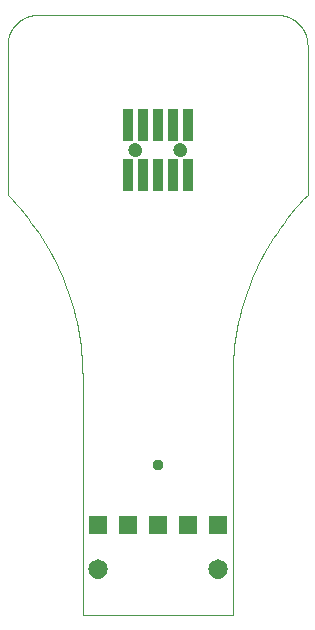
<source format=gbs>
G75*
%MOIN*%
%OFA0B0*%
%FSLAX25Y25*%
%IPPOS*%
%LPD*%
%AMOC8*
5,1,8,0,0,1.08239X$1,22.5*
%
%ADD10C,0.00000*%
%ADD11R,0.03792X0.11036*%
%ADD12C,0.04737*%
%ADD13R,0.05950X0.05950*%
%ADD14C,0.06509*%
%ADD15C,0.03778*%
D10*
X0026000Y0001000D02*
X0026000Y0080645D01*
X0025976Y0082676D01*
X0025903Y0084706D01*
X0025783Y0086734D01*
X0025614Y0088759D01*
X0025396Y0090778D01*
X0025131Y0092792D01*
X0024818Y0094799D01*
X0024458Y0096799D01*
X0024049Y0098789D01*
X0023594Y0100768D01*
X0023092Y0102736D01*
X0022543Y0104692D01*
X0021947Y0106634D01*
X0021306Y0108562D01*
X0020618Y0110474D01*
X0019886Y0112368D01*
X0019108Y0114245D01*
X0018287Y0116103D01*
X0017421Y0117940D01*
X0016512Y0119757D01*
X0015559Y0121551D01*
X0014565Y0123322D01*
X0013528Y0125070D01*
X0012450Y0126791D01*
X0011332Y0128487D01*
X0010173Y0130156D01*
X0008975Y0131796D01*
X0007739Y0133408D01*
X0006464Y0134990D01*
X0005152Y0136541D01*
X0003804Y0138060D01*
X0002419Y0139547D01*
X0001000Y0141000D01*
X0001000Y0191000D01*
X0001003Y0191242D01*
X0001012Y0191483D01*
X0001026Y0191724D01*
X0001047Y0191965D01*
X0001073Y0192205D01*
X0001105Y0192445D01*
X0001143Y0192684D01*
X0001186Y0192921D01*
X0001236Y0193158D01*
X0001291Y0193393D01*
X0001351Y0193627D01*
X0001418Y0193859D01*
X0001489Y0194090D01*
X0001567Y0194319D01*
X0001650Y0194546D01*
X0001738Y0194771D01*
X0001832Y0194994D01*
X0001931Y0195214D01*
X0002036Y0195432D01*
X0002145Y0195647D01*
X0002260Y0195860D01*
X0002380Y0196070D01*
X0002505Y0196276D01*
X0002635Y0196480D01*
X0002770Y0196681D01*
X0002910Y0196878D01*
X0003054Y0197072D01*
X0003203Y0197262D01*
X0003357Y0197448D01*
X0003515Y0197631D01*
X0003677Y0197810D01*
X0003844Y0197985D01*
X0004015Y0198156D01*
X0004190Y0198323D01*
X0004369Y0198485D01*
X0004552Y0198643D01*
X0004738Y0198797D01*
X0004928Y0198946D01*
X0005122Y0199090D01*
X0005319Y0199230D01*
X0005520Y0199365D01*
X0005724Y0199495D01*
X0005930Y0199620D01*
X0006140Y0199740D01*
X0006353Y0199855D01*
X0006568Y0199964D01*
X0006786Y0200069D01*
X0007006Y0200168D01*
X0007229Y0200262D01*
X0007454Y0200350D01*
X0007681Y0200433D01*
X0007910Y0200511D01*
X0008141Y0200582D01*
X0008373Y0200649D01*
X0008607Y0200709D01*
X0008842Y0200764D01*
X0009079Y0200814D01*
X0009316Y0200857D01*
X0009555Y0200895D01*
X0009795Y0200927D01*
X0010035Y0200953D01*
X0010276Y0200974D01*
X0010517Y0200988D01*
X0010758Y0200997D01*
X0011000Y0201000D01*
X0091000Y0201000D01*
X0091242Y0200997D01*
X0091483Y0200988D01*
X0091724Y0200974D01*
X0091965Y0200953D01*
X0092205Y0200927D01*
X0092445Y0200895D01*
X0092684Y0200857D01*
X0092921Y0200814D01*
X0093158Y0200764D01*
X0093393Y0200709D01*
X0093627Y0200649D01*
X0093859Y0200582D01*
X0094090Y0200511D01*
X0094319Y0200433D01*
X0094546Y0200350D01*
X0094771Y0200262D01*
X0094994Y0200168D01*
X0095214Y0200069D01*
X0095432Y0199964D01*
X0095647Y0199855D01*
X0095860Y0199740D01*
X0096070Y0199620D01*
X0096276Y0199495D01*
X0096480Y0199365D01*
X0096681Y0199230D01*
X0096878Y0199090D01*
X0097072Y0198946D01*
X0097262Y0198797D01*
X0097448Y0198643D01*
X0097631Y0198485D01*
X0097810Y0198323D01*
X0097985Y0198156D01*
X0098156Y0197985D01*
X0098323Y0197810D01*
X0098485Y0197631D01*
X0098643Y0197448D01*
X0098797Y0197262D01*
X0098946Y0197072D01*
X0099090Y0196878D01*
X0099230Y0196681D01*
X0099365Y0196480D01*
X0099495Y0196276D01*
X0099620Y0196070D01*
X0099740Y0195860D01*
X0099855Y0195647D01*
X0099964Y0195432D01*
X0100069Y0195214D01*
X0100168Y0194994D01*
X0100262Y0194771D01*
X0100350Y0194546D01*
X0100433Y0194319D01*
X0100511Y0194090D01*
X0100582Y0193859D01*
X0100649Y0193627D01*
X0100709Y0193393D01*
X0100764Y0193158D01*
X0100814Y0192921D01*
X0100857Y0192684D01*
X0100895Y0192445D01*
X0100927Y0192205D01*
X0100953Y0191965D01*
X0100974Y0191724D01*
X0100988Y0191483D01*
X0100997Y0191242D01*
X0101000Y0191000D01*
X0101000Y0141000D01*
X0076000Y0080645D02*
X0076000Y0001000D01*
X0026000Y0001000D01*
X0028146Y0016197D02*
X0028148Y0016304D01*
X0028154Y0016410D01*
X0028164Y0016517D01*
X0028178Y0016622D01*
X0028196Y0016728D01*
X0028218Y0016832D01*
X0028243Y0016936D01*
X0028273Y0017038D01*
X0028306Y0017140D01*
X0028343Y0017240D01*
X0028384Y0017338D01*
X0028429Y0017435D01*
X0028477Y0017531D01*
X0028528Y0017624D01*
X0028583Y0017715D01*
X0028642Y0017805D01*
X0028704Y0017892D01*
X0028769Y0017976D01*
X0028837Y0018059D01*
X0028908Y0018138D01*
X0028982Y0018215D01*
X0029059Y0018289D01*
X0029138Y0018360D01*
X0029221Y0018428D01*
X0029305Y0018493D01*
X0029392Y0018555D01*
X0029482Y0018614D01*
X0029573Y0018669D01*
X0029666Y0018720D01*
X0029762Y0018768D01*
X0029859Y0018813D01*
X0029957Y0018854D01*
X0030057Y0018891D01*
X0030159Y0018924D01*
X0030261Y0018954D01*
X0030365Y0018979D01*
X0030469Y0019001D01*
X0030575Y0019019D01*
X0030680Y0019033D01*
X0030787Y0019043D01*
X0030893Y0019049D01*
X0031000Y0019051D01*
X0031107Y0019049D01*
X0031213Y0019043D01*
X0031320Y0019033D01*
X0031425Y0019019D01*
X0031531Y0019001D01*
X0031635Y0018979D01*
X0031739Y0018954D01*
X0031841Y0018924D01*
X0031943Y0018891D01*
X0032043Y0018854D01*
X0032141Y0018813D01*
X0032238Y0018768D01*
X0032334Y0018720D01*
X0032427Y0018669D01*
X0032518Y0018614D01*
X0032608Y0018555D01*
X0032695Y0018493D01*
X0032779Y0018428D01*
X0032862Y0018360D01*
X0032941Y0018289D01*
X0033018Y0018215D01*
X0033092Y0018138D01*
X0033163Y0018059D01*
X0033231Y0017976D01*
X0033296Y0017892D01*
X0033358Y0017805D01*
X0033417Y0017715D01*
X0033472Y0017624D01*
X0033523Y0017531D01*
X0033571Y0017435D01*
X0033616Y0017338D01*
X0033657Y0017240D01*
X0033694Y0017140D01*
X0033727Y0017038D01*
X0033757Y0016936D01*
X0033782Y0016832D01*
X0033804Y0016728D01*
X0033822Y0016622D01*
X0033836Y0016517D01*
X0033846Y0016410D01*
X0033852Y0016304D01*
X0033854Y0016197D01*
X0033852Y0016090D01*
X0033846Y0015984D01*
X0033836Y0015877D01*
X0033822Y0015772D01*
X0033804Y0015666D01*
X0033782Y0015562D01*
X0033757Y0015458D01*
X0033727Y0015356D01*
X0033694Y0015254D01*
X0033657Y0015154D01*
X0033616Y0015056D01*
X0033571Y0014959D01*
X0033523Y0014863D01*
X0033472Y0014770D01*
X0033417Y0014679D01*
X0033358Y0014589D01*
X0033296Y0014502D01*
X0033231Y0014418D01*
X0033163Y0014335D01*
X0033092Y0014256D01*
X0033018Y0014179D01*
X0032941Y0014105D01*
X0032862Y0014034D01*
X0032779Y0013966D01*
X0032695Y0013901D01*
X0032608Y0013839D01*
X0032518Y0013780D01*
X0032427Y0013725D01*
X0032334Y0013674D01*
X0032238Y0013626D01*
X0032141Y0013581D01*
X0032043Y0013540D01*
X0031943Y0013503D01*
X0031841Y0013470D01*
X0031739Y0013440D01*
X0031635Y0013415D01*
X0031531Y0013393D01*
X0031425Y0013375D01*
X0031320Y0013361D01*
X0031213Y0013351D01*
X0031107Y0013345D01*
X0031000Y0013343D01*
X0030893Y0013345D01*
X0030787Y0013351D01*
X0030680Y0013361D01*
X0030575Y0013375D01*
X0030469Y0013393D01*
X0030365Y0013415D01*
X0030261Y0013440D01*
X0030159Y0013470D01*
X0030057Y0013503D01*
X0029957Y0013540D01*
X0029859Y0013581D01*
X0029762Y0013626D01*
X0029666Y0013674D01*
X0029573Y0013725D01*
X0029482Y0013780D01*
X0029392Y0013839D01*
X0029305Y0013901D01*
X0029221Y0013966D01*
X0029138Y0014034D01*
X0029059Y0014105D01*
X0028982Y0014179D01*
X0028908Y0014256D01*
X0028837Y0014335D01*
X0028769Y0014418D01*
X0028704Y0014502D01*
X0028642Y0014589D01*
X0028583Y0014679D01*
X0028528Y0014770D01*
X0028477Y0014863D01*
X0028429Y0014959D01*
X0028384Y0015056D01*
X0028343Y0015154D01*
X0028306Y0015254D01*
X0028273Y0015356D01*
X0028243Y0015458D01*
X0028218Y0015562D01*
X0028196Y0015666D01*
X0028178Y0015772D01*
X0028164Y0015877D01*
X0028154Y0015984D01*
X0028148Y0016090D01*
X0028146Y0016197D01*
X0068146Y0016197D02*
X0068148Y0016304D01*
X0068154Y0016410D01*
X0068164Y0016517D01*
X0068178Y0016622D01*
X0068196Y0016728D01*
X0068218Y0016832D01*
X0068243Y0016936D01*
X0068273Y0017038D01*
X0068306Y0017140D01*
X0068343Y0017240D01*
X0068384Y0017338D01*
X0068429Y0017435D01*
X0068477Y0017531D01*
X0068528Y0017624D01*
X0068583Y0017715D01*
X0068642Y0017805D01*
X0068704Y0017892D01*
X0068769Y0017976D01*
X0068837Y0018059D01*
X0068908Y0018138D01*
X0068982Y0018215D01*
X0069059Y0018289D01*
X0069138Y0018360D01*
X0069221Y0018428D01*
X0069305Y0018493D01*
X0069392Y0018555D01*
X0069482Y0018614D01*
X0069573Y0018669D01*
X0069666Y0018720D01*
X0069762Y0018768D01*
X0069859Y0018813D01*
X0069957Y0018854D01*
X0070057Y0018891D01*
X0070159Y0018924D01*
X0070261Y0018954D01*
X0070365Y0018979D01*
X0070469Y0019001D01*
X0070575Y0019019D01*
X0070680Y0019033D01*
X0070787Y0019043D01*
X0070893Y0019049D01*
X0071000Y0019051D01*
X0071107Y0019049D01*
X0071213Y0019043D01*
X0071320Y0019033D01*
X0071425Y0019019D01*
X0071531Y0019001D01*
X0071635Y0018979D01*
X0071739Y0018954D01*
X0071841Y0018924D01*
X0071943Y0018891D01*
X0072043Y0018854D01*
X0072141Y0018813D01*
X0072238Y0018768D01*
X0072334Y0018720D01*
X0072427Y0018669D01*
X0072518Y0018614D01*
X0072608Y0018555D01*
X0072695Y0018493D01*
X0072779Y0018428D01*
X0072862Y0018360D01*
X0072941Y0018289D01*
X0073018Y0018215D01*
X0073092Y0018138D01*
X0073163Y0018059D01*
X0073231Y0017976D01*
X0073296Y0017892D01*
X0073358Y0017805D01*
X0073417Y0017715D01*
X0073472Y0017624D01*
X0073523Y0017531D01*
X0073571Y0017435D01*
X0073616Y0017338D01*
X0073657Y0017240D01*
X0073694Y0017140D01*
X0073727Y0017038D01*
X0073757Y0016936D01*
X0073782Y0016832D01*
X0073804Y0016728D01*
X0073822Y0016622D01*
X0073836Y0016517D01*
X0073846Y0016410D01*
X0073852Y0016304D01*
X0073854Y0016197D01*
X0073852Y0016090D01*
X0073846Y0015984D01*
X0073836Y0015877D01*
X0073822Y0015772D01*
X0073804Y0015666D01*
X0073782Y0015562D01*
X0073757Y0015458D01*
X0073727Y0015356D01*
X0073694Y0015254D01*
X0073657Y0015154D01*
X0073616Y0015056D01*
X0073571Y0014959D01*
X0073523Y0014863D01*
X0073472Y0014770D01*
X0073417Y0014679D01*
X0073358Y0014589D01*
X0073296Y0014502D01*
X0073231Y0014418D01*
X0073163Y0014335D01*
X0073092Y0014256D01*
X0073018Y0014179D01*
X0072941Y0014105D01*
X0072862Y0014034D01*
X0072779Y0013966D01*
X0072695Y0013901D01*
X0072608Y0013839D01*
X0072518Y0013780D01*
X0072427Y0013725D01*
X0072334Y0013674D01*
X0072238Y0013626D01*
X0072141Y0013581D01*
X0072043Y0013540D01*
X0071943Y0013503D01*
X0071841Y0013470D01*
X0071739Y0013440D01*
X0071635Y0013415D01*
X0071531Y0013393D01*
X0071425Y0013375D01*
X0071320Y0013361D01*
X0071213Y0013351D01*
X0071107Y0013345D01*
X0071000Y0013343D01*
X0070893Y0013345D01*
X0070787Y0013351D01*
X0070680Y0013361D01*
X0070575Y0013375D01*
X0070469Y0013393D01*
X0070365Y0013415D01*
X0070261Y0013440D01*
X0070159Y0013470D01*
X0070057Y0013503D01*
X0069957Y0013540D01*
X0069859Y0013581D01*
X0069762Y0013626D01*
X0069666Y0013674D01*
X0069573Y0013725D01*
X0069482Y0013780D01*
X0069392Y0013839D01*
X0069305Y0013901D01*
X0069221Y0013966D01*
X0069138Y0014034D01*
X0069059Y0014105D01*
X0068982Y0014179D01*
X0068908Y0014256D01*
X0068837Y0014335D01*
X0068769Y0014418D01*
X0068704Y0014502D01*
X0068642Y0014589D01*
X0068583Y0014679D01*
X0068528Y0014770D01*
X0068477Y0014863D01*
X0068429Y0014959D01*
X0068384Y0015056D01*
X0068343Y0015154D01*
X0068306Y0015254D01*
X0068273Y0015356D01*
X0068243Y0015458D01*
X0068218Y0015562D01*
X0068196Y0015666D01*
X0068178Y0015772D01*
X0068164Y0015877D01*
X0068154Y0015984D01*
X0068148Y0016090D01*
X0068146Y0016197D01*
X0076000Y0080645D02*
X0076024Y0082676D01*
X0076097Y0084706D01*
X0076217Y0086734D01*
X0076386Y0088759D01*
X0076604Y0090778D01*
X0076869Y0092792D01*
X0077182Y0094799D01*
X0077542Y0096799D01*
X0077951Y0098789D01*
X0078406Y0100768D01*
X0078908Y0102736D01*
X0079457Y0104692D01*
X0080053Y0106634D01*
X0080694Y0108562D01*
X0081382Y0110474D01*
X0082114Y0112368D01*
X0082892Y0114245D01*
X0083713Y0116103D01*
X0084579Y0117940D01*
X0085488Y0119757D01*
X0086441Y0121551D01*
X0087435Y0123322D01*
X0088472Y0125070D01*
X0089550Y0126791D01*
X0090668Y0128487D01*
X0091827Y0130156D01*
X0093025Y0131796D01*
X0094261Y0133408D01*
X0095536Y0134990D01*
X0096848Y0136541D01*
X0098196Y0138060D01*
X0099581Y0139547D01*
X0101000Y0141000D01*
X0056531Y0156000D02*
X0056533Y0156088D01*
X0056539Y0156176D01*
X0056549Y0156264D01*
X0056563Y0156352D01*
X0056580Y0156438D01*
X0056602Y0156524D01*
X0056627Y0156608D01*
X0056657Y0156692D01*
X0056689Y0156774D01*
X0056726Y0156854D01*
X0056766Y0156933D01*
X0056810Y0157010D01*
X0056857Y0157085D01*
X0056907Y0157157D01*
X0056961Y0157228D01*
X0057017Y0157295D01*
X0057077Y0157361D01*
X0057139Y0157423D01*
X0057205Y0157483D01*
X0057272Y0157539D01*
X0057343Y0157593D01*
X0057415Y0157643D01*
X0057490Y0157690D01*
X0057567Y0157734D01*
X0057646Y0157774D01*
X0057726Y0157811D01*
X0057808Y0157843D01*
X0057892Y0157873D01*
X0057976Y0157898D01*
X0058062Y0157920D01*
X0058148Y0157937D01*
X0058236Y0157951D01*
X0058324Y0157961D01*
X0058412Y0157967D01*
X0058500Y0157969D01*
X0058588Y0157967D01*
X0058676Y0157961D01*
X0058764Y0157951D01*
X0058852Y0157937D01*
X0058938Y0157920D01*
X0059024Y0157898D01*
X0059108Y0157873D01*
X0059192Y0157843D01*
X0059274Y0157811D01*
X0059354Y0157774D01*
X0059433Y0157734D01*
X0059510Y0157690D01*
X0059585Y0157643D01*
X0059657Y0157593D01*
X0059728Y0157539D01*
X0059795Y0157483D01*
X0059861Y0157423D01*
X0059923Y0157361D01*
X0059983Y0157295D01*
X0060039Y0157228D01*
X0060093Y0157157D01*
X0060143Y0157085D01*
X0060190Y0157010D01*
X0060234Y0156933D01*
X0060274Y0156854D01*
X0060311Y0156774D01*
X0060343Y0156692D01*
X0060373Y0156608D01*
X0060398Y0156524D01*
X0060420Y0156438D01*
X0060437Y0156352D01*
X0060451Y0156264D01*
X0060461Y0156176D01*
X0060467Y0156088D01*
X0060469Y0156000D01*
X0060467Y0155912D01*
X0060461Y0155824D01*
X0060451Y0155736D01*
X0060437Y0155648D01*
X0060420Y0155562D01*
X0060398Y0155476D01*
X0060373Y0155392D01*
X0060343Y0155308D01*
X0060311Y0155226D01*
X0060274Y0155146D01*
X0060234Y0155067D01*
X0060190Y0154990D01*
X0060143Y0154915D01*
X0060093Y0154843D01*
X0060039Y0154772D01*
X0059983Y0154705D01*
X0059923Y0154639D01*
X0059861Y0154577D01*
X0059795Y0154517D01*
X0059728Y0154461D01*
X0059657Y0154407D01*
X0059585Y0154357D01*
X0059510Y0154310D01*
X0059433Y0154266D01*
X0059354Y0154226D01*
X0059274Y0154189D01*
X0059192Y0154157D01*
X0059108Y0154127D01*
X0059024Y0154102D01*
X0058938Y0154080D01*
X0058852Y0154063D01*
X0058764Y0154049D01*
X0058676Y0154039D01*
X0058588Y0154033D01*
X0058500Y0154031D01*
X0058412Y0154033D01*
X0058324Y0154039D01*
X0058236Y0154049D01*
X0058148Y0154063D01*
X0058062Y0154080D01*
X0057976Y0154102D01*
X0057892Y0154127D01*
X0057808Y0154157D01*
X0057726Y0154189D01*
X0057646Y0154226D01*
X0057567Y0154266D01*
X0057490Y0154310D01*
X0057415Y0154357D01*
X0057343Y0154407D01*
X0057272Y0154461D01*
X0057205Y0154517D01*
X0057139Y0154577D01*
X0057077Y0154639D01*
X0057017Y0154705D01*
X0056961Y0154772D01*
X0056907Y0154843D01*
X0056857Y0154915D01*
X0056810Y0154990D01*
X0056766Y0155067D01*
X0056726Y0155146D01*
X0056689Y0155226D01*
X0056657Y0155308D01*
X0056627Y0155392D01*
X0056602Y0155476D01*
X0056580Y0155562D01*
X0056563Y0155648D01*
X0056549Y0155736D01*
X0056539Y0155824D01*
X0056533Y0155912D01*
X0056531Y0156000D01*
X0041531Y0156000D02*
X0041533Y0156088D01*
X0041539Y0156176D01*
X0041549Y0156264D01*
X0041563Y0156352D01*
X0041580Y0156438D01*
X0041602Y0156524D01*
X0041627Y0156608D01*
X0041657Y0156692D01*
X0041689Y0156774D01*
X0041726Y0156854D01*
X0041766Y0156933D01*
X0041810Y0157010D01*
X0041857Y0157085D01*
X0041907Y0157157D01*
X0041961Y0157228D01*
X0042017Y0157295D01*
X0042077Y0157361D01*
X0042139Y0157423D01*
X0042205Y0157483D01*
X0042272Y0157539D01*
X0042343Y0157593D01*
X0042415Y0157643D01*
X0042490Y0157690D01*
X0042567Y0157734D01*
X0042646Y0157774D01*
X0042726Y0157811D01*
X0042808Y0157843D01*
X0042892Y0157873D01*
X0042976Y0157898D01*
X0043062Y0157920D01*
X0043148Y0157937D01*
X0043236Y0157951D01*
X0043324Y0157961D01*
X0043412Y0157967D01*
X0043500Y0157969D01*
X0043588Y0157967D01*
X0043676Y0157961D01*
X0043764Y0157951D01*
X0043852Y0157937D01*
X0043938Y0157920D01*
X0044024Y0157898D01*
X0044108Y0157873D01*
X0044192Y0157843D01*
X0044274Y0157811D01*
X0044354Y0157774D01*
X0044433Y0157734D01*
X0044510Y0157690D01*
X0044585Y0157643D01*
X0044657Y0157593D01*
X0044728Y0157539D01*
X0044795Y0157483D01*
X0044861Y0157423D01*
X0044923Y0157361D01*
X0044983Y0157295D01*
X0045039Y0157228D01*
X0045093Y0157157D01*
X0045143Y0157085D01*
X0045190Y0157010D01*
X0045234Y0156933D01*
X0045274Y0156854D01*
X0045311Y0156774D01*
X0045343Y0156692D01*
X0045373Y0156608D01*
X0045398Y0156524D01*
X0045420Y0156438D01*
X0045437Y0156352D01*
X0045451Y0156264D01*
X0045461Y0156176D01*
X0045467Y0156088D01*
X0045469Y0156000D01*
X0045467Y0155912D01*
X0045461Y0155824D01*
X0045451Y0155736D01*
X0045437Y0155648D01*
X0045420Y0155562D01*
X0045398Y0155476D01*
X0045373Y0155392D01*
X0045343Y0155308D01*
X0045311Y0155226D01*
X0045274Y0155146D01*
X0045234Y0155067D01*
X0045190Y0154990D01*
X0045143Y0154915D01*
X0045093Y0154843D01*
X0045039Y0154772D01*
X0044983Y0154705D01*
X0044923Y0154639D01*
X0044861Y0154577D01*
X0044795Y0154517D01*
X0044728Y0154461D01*
X0044657Y0154407D01*
X0044585Y0154357D01*
X0044510Y0154310D01*
X0044433Y0154266D01*
X0044354Y0154226D01*
X0044274Y0154189D01*
X0044192Y0154157D01*
X0044108Y0154127D01*
X0044024Y0154102D01*
X0043938Y0154080D01*
X0043852Y0154063D01*
X0043764Y0154049D01*
X0043676Y0154039D01*
X0043588Y0154033D01*
X0043500Y0154031D01*
X0043412Y0154033D01*
X0043324Y0154039D01*
X0043236Y0154049D01*
X0043148Y0154063D01*
X0043062Y0154080D01*
X0042976Y0154102D01*
X0042892Y0154127D01*
X0042808Y0154157D01*
X0042726Y0154189D01*
X0042646Y0154226D01*
X0042567Y0154266D01*
X0042490Y0154310D01*
X0042415Y0154357D01*
X0042343Y0154407D01*
X0042272Y0154461D01*
X0042205Y0154517D01*
X0042139Y0154577D01*
X0042077Y0154639D01*
X0042017Y0154705D01*
X0041961Y0154772D01*
X0041907Y0154843D01*
X0041857Y0154915D01*
X0041810Y0154990D01*
X0041766Y0155067D01*
X0041726Y0155146D01*
X0041689Y0155226D01*
X0041657Y0155308D01*
X0041627Y0155392D01*
X0041602Y0155476D01*
X0041580Y0155562D01*
X0041563Y0155648D01*
X0041549Y0155736D01*
X0041539Y0155824D01*
X0041533Y0155912D01*
X0041531Y0156000D01*
D11*
X0041000Y0147535D03*
X0046000Y0147535D03*
X0051000Y0147535D03*
X0056000Y0147535D03*
X0061000Y0147535D03*
X0061000Y0164465D03*
X0056000Y0164465D03*
X0051000Y0164465D03*
X0046000Y0164465D03*
X0041000Y0164465D03*
D12*
X0043500Y0156000D03*
X0058500Y0156000D03*
D13*
X0061000Y0031000D03*
X0051000Y0031000D03*
X0041000Y0031000D03*
X0031000Y0031000D03*
X0071000Y0031000D03*
D14*
X0071000Y0016197D03*
X0031000Y0016197D03*
D15*
X0051000Y0051000D03*
M02*

</source>
